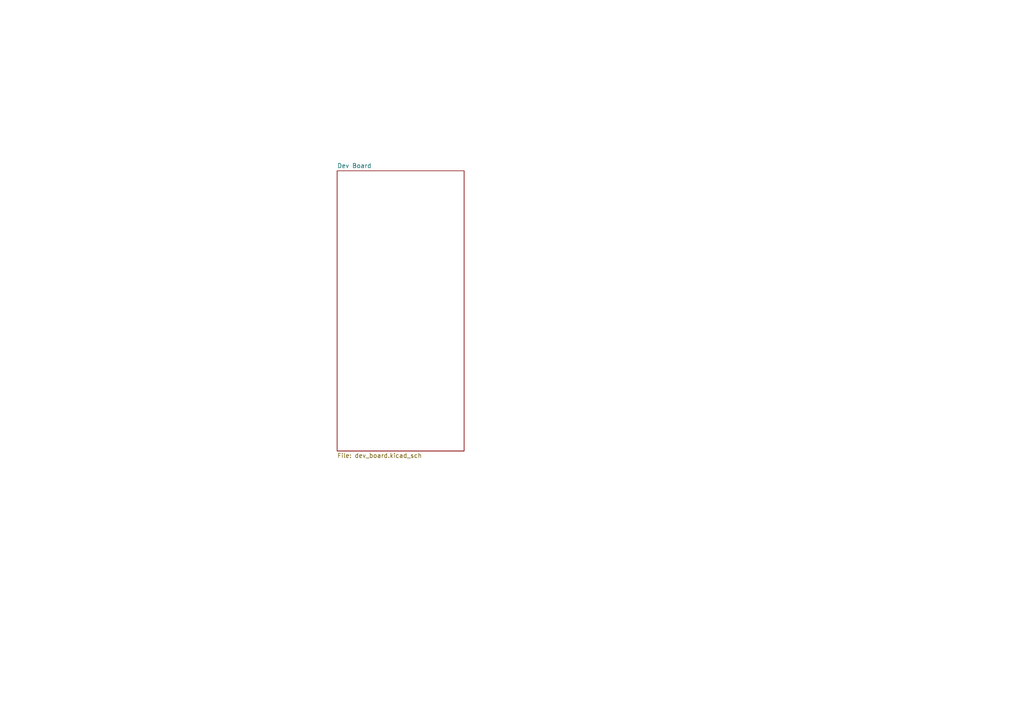
<source format=kicad_sch>
(kicad_sch (version 20230121) (generator eeschema)
  (paper "A4")
  (title_block (date "2023-08-10"))
  (lib_symbols)
  (sheet (at 97.79 49.53) (size 36.83 81.28) (stroke (width 0.1524))
    (property "Sheetname" "Dev Board" (at 97.79 48.8184 0) (effects (justify left bottom)))
    (property "Sheetfile" "dev_board.kicad_sch" (at 97.79 131.3946 0) (effects (justify left top)))
  )
)
</source>
